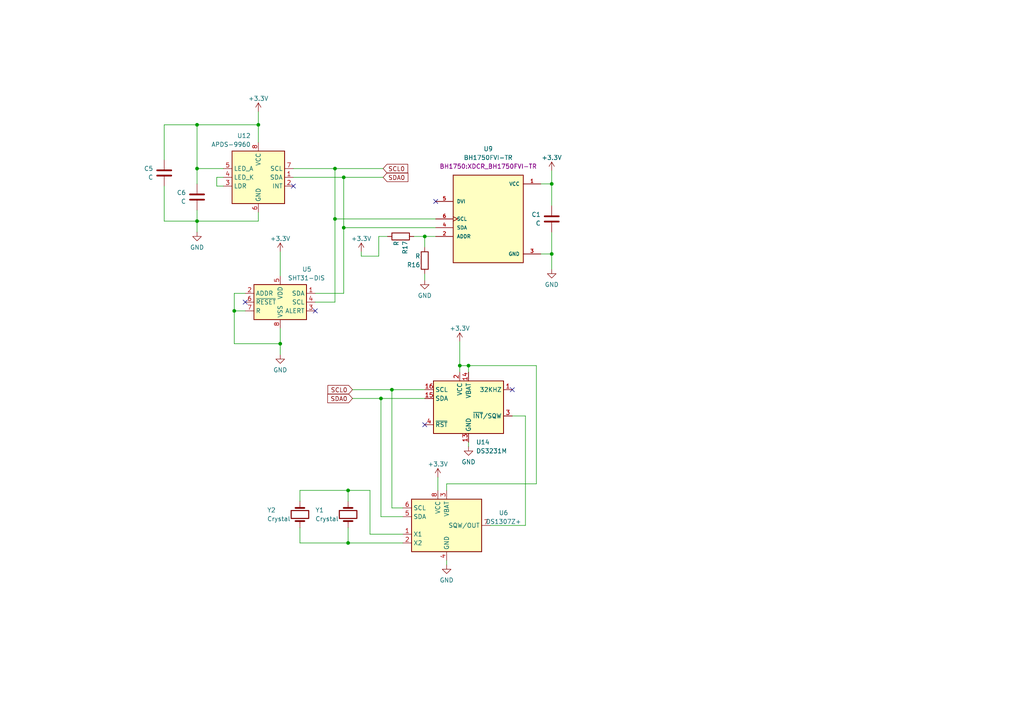
<source format=kicad_sch>
(kicad_sch (version 20230121) (generator eeschema)
  (paper "A4")
  (lib_symbols
    (symbol "BH1750FVI-TR:BH1750FVI-TR" (pin_names (offset 1.016))
      (property "Reference" "U" (at -10.1737 13.462 0))
      (property "Value" "BH1750FVI-TR" (at -9.922 -15.24 0))
      (property "Footprint" "BH1750FVI-TR:XDCR_BH1750FVI-TR" (at 0 0 0))
      (symbol "BH1750FVI-TR_0_0"
        (rectangle (start -10.16 12.7) (end 10.16 -12.7) (stroke (width 0.254)) (fill (type background)))
        (pin power_in line (at 15.24 10.16 180) (length 5.08) (name "VCC") (number "1"))
        (pin input line (at -15.24 -5.08 0) (length 5.08) (name "ADDR") (number "2"))
        (pin power_in line (at 15.24 -10.16 180) (length 5.08) (name "GND") (number "3"))
        (pin bidirectional line (at -15.24 -2.54 0) (length 5.08) (name "SDA") (number "4"))
        (pin input line (at -15.24 5.08 0) (length 5.08) (name "DVI") (number "5"))
        (pin input clock (at -15.24 0 0) (length 5.08) (name "SCL") (number "6"))
      )
    )
    (symbol "Device:C" (pin_numbers hide) (pin_names (offset 0.254))
      (property "Reference" "C" (at 0.635 2.54 0))
      (property "Value" "C" (at 0.635 -2.54 0))
      (symbol "C_0_1"
        (polyline (pts (xy -2.032 -0.762) (xy 2.032 -0.762)) (stroke (width 0.508)))
        (polyline (pts (xy -2.032 0.762) (xy 2.032 0.762)) (stroke (width 0.508)))
      )
      (symbol "C_1_1"
        (pin passive line (at 0 3.81 270) (length 2.794) (name "~") (number "1"))
        (pin passive line (at 0 -3.81 90) (length 2.794) (name "~") (number "2"))
      )
    )
    (symbol "Device:Crystal" (pin_numbers hide) (pin_names (offset 1.016) hide)
      (property "Reference" "Y" (at 0 3.81 0))
      (property "Value" "Crystal" (at 0 -3.81 0))
      (symbol "Crystal_0_1"
        (rectangle (start -1.143 2.54) (end 1.143 -2.54) (stroke (width 0.3048)))
        (polyline (pts (xy -2.54 0) (xy -1.905 0)))
        (polyline (pts (xy -1.905 -1.27) (xy -1.905 1.27)) (stroke (width 0.508)))
        (polyline (pts (xy 1.905 -1.27) (xy 1.905 1.27)) (stroke (width 0.508)))
        (polyline (pts (xy 2.54 0) (xy 1.905 0)))
      )
      (symbol "Crystal_1_1"
        (pin passive line (at -3.81 0 0) (length 1.27) (name "1") (number "1"))
        (pin passive line (at 3.81 0 180) (length 1.27) (name "2") (number "2"))
      )
    )
    (symbol "Device:R" (pin_numbers hide) (pin_names (offset 0))
      (property "Reference" "R" (at 2.032 0 90))
      (property "Value" "R" (at 0 0 90))
      (symbol "R_0_1"
        (rectangle (start -1.016 -2.54) (end 1.016 2.54) (stroke (width 0.254)))
      )
      (symbol "R_1_1"
        (pin passive line (at 0 3.81 270) (length 1.27) (name "~") (number "1"))
        (pin passive line (at 0 -3.81 90) (length 1.27) (name "~") (number "2"))
      )
    )
    (symbol "Sensor:APDS-9960"
      (property "Reference" "U" (at -5.08 8.89 0))
      (property "Value" "APDS-9960" (at 6.35 8.89 0))
      (symbol "APDS-9960_0_1"
        (rectangle (start -7.62 7.62) (end 7.62 -7.62) (stroke (width 0.254)) (fill (type background)))
      )
      (symbol "APDS-9960_1_1"
        (pin bidirectional line (at -10.16 0 0) (length 2.54) (name "SDA") (number "1"))
        (pin open_collector line (at -10.16 -2.54 0) (length 2.54) (name "INT") (number "2"))
        (pin passive line (at 10.16 -2.54 180) (length 2.54) (name "LDR") (number "3"))
        (pin passive line (at 10.16 0 180) (length 2.54) (name "LED_K") (number "4"))
        (pin passive line (at 10.16 2.54 180) (length 2.54) (name "LED_A") (number "5"))
        (pin power_in line (at 0 -10.16 90) (length 2.54) (name "GND") (number "6"))
        (pin input line (at -10.16 2.54 0) (length 2.54) (name "SCL") (number "7"))
        (pin power_in line (at 0 10.16 270) (length 2.54) (name "VCC") (number "8"))
      )
    )
    (symbol "Sensor_Humidity:SHT31-DIS"
      (property "Reference" "U" (at -6.35 6.35 0))
      (property "Value" "SHT31-DIS" (at 6.35 6.35 0))
      (symbol "SHT31-DIS_0_1"
        (rectangle (start -7.62 5.08) (end 7.62 -5.08) (stroke (width 0.254)) (fill (type background)))
      )
      (symbol "SHT31-DIS_1_1"
        (pin bidirectional line (at 10.16 2.54 180) (length 2.54) (name "SDA") (number "1"))
        (pin input line (at -10.16 2.54 0) (length 2.54) (name "ADDR") (number "2"))
        (pin output line (at 10.16 -2.54 180) (length 2.54) (name "ALERT") (number "3"))
        (pin input line (at 10.16 0 180) (length 2.54) (name "SCL") (number "4"))
        (pin power_in line (at 0 7.62 270) (length 2.54) (name "VDD") (number "5"))
        (pin input line (at -10.16 0 0) (length 2.54) (name "~{RESET}") (number "6"))
        (pin passive line (at -10.16 -2.54 0) (length 2.54) (name "R") (number "7"))
        (pin power_in line (at 0 -7.62 90) (length 2.54) (name "VSS") (number "8"))
        (pin passive line (at 0 -7.62 90) (length 2.54) hide (name "VSS") (number "9"))
      )
    )
    (symbol "Timer_RTC:DS1307Z+"
      (property "Reference" "U" (at -8.89 8.89 0))
      (property "Value" "DS1307Z+" (at 1.27 8.89 0))
      (symbol "DS1307Z+_0_1"
        (rectangle (start -10.16 7.62) (end 10.16 -7.62) (stroke (width 0.254)) (fill (type background)))
      )
      (symbol "DS1307Z+_1_1"
        (pin input line (at -12.7 -2.54 0) (length 2.54) (name "X1") (number "1"))
        (pin input line (at -12.7 -5.08 0) (length 2.54) (name "X2") (number "2"))
        (pin power_in line (at 0 10.16 270) (length 2.54) (name "VBAT") (number "3"))
        (pin power_in line (at 0 -10.16 90) (length 2.54) (name "GND") (number "4"))
        (pin bidirectional line (at -12.7 2.54 0) (length 2.54) (name "SDA") (number "5"))
        (pin input line (at -12.7 5.08 0) (length 2.54) (name "SCL") (number "6"))
        (pin open_collector line (at 12.7 0 180) (length 2.54) (name "SQW/OUT") (number "7"))
        (pin power_in line (at -2.54 10.16 270) (length 2.54) (name "VCC") (number "8"))
      )
    )
    (symbol "Timer_RTC:DS3231M"
      (property "Reference" "U" (at -7.62 8.89 0))
      (property "Value" "DS3231M" (at 10.16 8.89 0))
      (symbol "DS3231M_0_1"
        (rectangle (start -10.16 7.62) (end 10.16 -7.62) (stroke (width 0.254)) (fill (type background)))
      )
      (symbol "DS3231M_1_1"
        (pin open_collector line (at 12.7 5.08 180) (length 2.54) (name "32KHZ") (number "1"))
        (pin passive line (at 0 -10.16 90) (length 2.54) hide (name "GND") (number "10"))
        (pin passive line (at 0 -10.16 90) (length 2.54) hide (name "GND") (number "11"))
        (pin passive line (at 0 -10.16 90) (length 2.54) hide (name "GND") (number "12"))
        (pin power_in line (at 0 -10.16 90) (length 2.54) (name "GND") (number "13"))
        (pin power_in line (at 0 10.16 270) (length 2.54) (name "VBAT") (number "14"))
        (pin bidirectional line (at -12.7 2.54 0) (length 2.54) (name "SDA") (number "15"))
        (pin input line (at -12.7 5.08 0) (length 2.54) (name "SCL") (number "16"))
        (pin power_in line (at -2.54 10.16 270) (length 2.54) (name "VCC") (number "2"))
        (pin open_collector line (at 12.7 -2.54 180) (length 2.54) (name "~{INT}/SQW") (number "3"))
        (pin bidirectional line (at -12.7 -5.08 0) (length 2.54) (name "~{RST}") (number "4"))
        (pin passive line (at 0 -10.16 90) (length 2.54) hide (name "GND") (number "5"))
        (pin passive line (at 0 -10.16 90) (length 2.54) hide (name "GND") (number "6"))
        (pin passive line (at 0 -10.16 90) (length 2.54) hide (name "GND") (number "7"))
        (pin passive line (at 0 -10.16 90) (length 2.54) hide (name "GND") (number "8"))
        (pin passive line (at 0 -10.16 90) (length 2.54) hide (name "GND") (number "9"))
      )
    )
    (symbol "power:+3.3V" (power) (pin_names (offset 0))
      (property "Value" "+3.3V" (at 0 3.556 0))
      (symbol "+3.3V_0_1"
        (polyline (pts (xy -0.762 1.27) (xy 0 2.54)))
        (polyline (pts (xy 0 0) (xy 0 2.54)))
        (polyline (pts (xy 0 2.54) (xy 0.762 1.27)))
      )
      (symbol "+3.3V_1_1"
        (pin power_in line (at 0 0 90) (length 0) hide (name "+3.3V") (number "1"))
      )
    )
    (symbol "power:GND" (power) (pin_names (offset 0))
      (property "Value" "GND" (at 0 -3.81 0))
      (symbol "GND_0_1"
        (polyline (pts (xy 0 0) (xy 0 -1.27) (xy 1.27 -1.27) (xy 0 -2.54) (xy -1.27 -1.27) (xy 0 -1.27)))
      )
      (symbol "GND_1_1"
        (pin power_in line (at 0 0 270) (length 0) hide (name "GND") (number "1"))
      )
    )
  )
  (junction (at 135.89 106.045))
  (junction (at 100.965 142.24))
  (junction (at 99.695 66.04))
  (junction (at 57.15 48.895))
  (junction (at 74.93 36.195))
  (junction (at 100.965 157.48))
  (junction (at 57.15 64.135))
  (junction (at 123.19 68.58))
  (junction (at 97.155 63.5))
  (junction (at 113.665 113.03))
  (junction (at 99.695 51.435))
  (junction (at 110.49 115.57))
  (junction (at 57.15 36.195))
  (junction (at 133.35 106.045))
  (junction (at 160.02 73.66))
  (junction (at 160.02 53.34))
  (junction (at 97.155 48.895))
  (junction (at 67.945 90.17))
  (junction (at 81.28 99.695))
  (no_connect (at 126.365 58.42))
  (no_connect (at 148.59 113.03))
  (no_connect (at 91.44 90.17))
  (no_connect (at 71.12 87.63))
  (no_connect (at 123.19 123.19))
  (no_connect (at 85.09 53.975))
  (wire (pts (xy 160.02 73.66) (xy 160.02 78.105)))
  (wire (pts (xy 57.15 60.96) (xy 57.15 64.135)))
  (wire (pts (xy 100.965 153.035) (xy 100.965 157.48)))
  (wire (pts (xy 129.54 140.335) (xy 155.575 140.335)))
  (wire (pts (xy 47.625 64.135) (xy 47.625 53.975)))
  (wire (pts (xy 57.15 64.135) (xy 47.625 64.135)))
  (wire (pts (xy 116.84 147.32) (xy 113.665 147.32)))
  (wire (pts (xy 85.09 51.435) (xy 99.695 51.435)))
  (wire (pts (xy 99.695 66.04) (xy 126.365 66.04)))
  (wire (pts (xy 74.93 36.195) (xy 74.93 41.275)))
  (wire (pts (xy 67.945 90.17) (xy 67.945 99.695)))
  (wire (pts (xy 97.155 48.895) (xy 97.155 63.5)))
  (wire (pts (xy 110.49 149.86) (xy 116.84 149.86)))
  (wire (pts (xy 129.54 162.56) (xy 129.54 163.83)))
  (wire (pts (xy 57.15 36.195) (xy 47.625 36.195)))
  (wire (pts (xy 74.93 61.595) (xy 74.93 64.135)))
  (wire (pts (xy 135.89 107.95) (xy 135.89 106.045)))
  (wire (pts (xy 102.235 113.03) (xy 113.665 113.03)))
  (wire (pts (xy 57.15 48.895) (xy 57.15 53.34)))
  (wire (pts (xy 160.02 49.53) (xy 160.02 53.34)))
  (wire (pts (xy 155.575 106.045) (xy 155.575 140.335)))
  (wire (pts (xy 156.845 73.66) (xy 160.02 73.66)))
  (wire (pts (xy 86.995 153.035) (xy 86.995 157.48)))
  (wire (pts (xy 123.19 79.375) (xy 123.19 81.28)))
  (wire (pts (xy 67.945 99.695) (xy 81.28 99.695)))
  (wire (pts (xy 74.93 36.195) (xy 57.15 36.195)))
  (wire (pts (xy 107.315 154.94) (xy 107.315 142.24)))
  (wire (pts (xy 57.15 67.31) (xy 57.15 64.135)))
  (wire (pts (xy 107.315 142.24) (xy 100.965 142.24)))
  (wire (pts (xy 135.89 106.045) (xy 155.575 106.045)))
  (wire (pts (xy 152.4 152.4) (xy 142.24 152.4)))
  (wire (pts (xy 100.965 142.24) (xy 100.965 145.415)))
  (wire (pts (xy 97.155 63.5) (xy 97.155 87.63)))
  (wire (pts (xy 81.28 73.025) (xy 81.28 80.01)))
  (wire (pts (xy 91.44 87.63) (xy 97.155 87.63)))
  (wire (pts (xy 102.235 115.57) (xy 110.49 115.57)))
  (wire (pts (xy 133.35 99.06) (xy 133.35 106.045)))
  (wire (pts (xy 74.93 64.135) (xy 57.15 64.135)))
  (wire (pts (xy 47.625 36.195) (xy 47.625 46.355)))
  (wire (pts (xy 110.49 115.57) (xy 110.49 149.86)))
  (wire (pts (xy 99.695 51.435) (xy 99.695 66.04)))
  (wire (pts (xy 97.155 48.895) (xy 111.125 48.895)))
  (wire (pts (xy 57.15 36.195) (xy 57.15 48.895)))
  (wire (pts (xy 71.12 90.17) (xy 67.945 90.17)))
  (wire (pts (xy 160.02 53.34) (xy 160.02 59.69)))
  (wire (pts (xy 62.865 53.975) (xy 62.865 51.435)))
  (wire (pts (xy 135.89 106.045) (xy 133.35 106.045)))
  (wire (pts (xy 113.665 113.03) (xy 123.19 113.03)))
  (wire (pts (xy 113.665 147.32) (xy 113.665 113.03)))
  (wire (pts (xy 99.695 66.04) (xy 99.695 85.09)))
  (wire (pts (xy 135.89 128.27) (xy 135.89 129.54)))
  (wire (pts (xy 64.77 53.975) (xy 62.865 53.975)))
  (wire (pts (xy 109.855 68.58) (xy 109.855 74.295)))
  (wire (pts (xy 160.02 53.34) (xy 156.845 53.34)))
  (wire (pts (xy 109.855 74.295) (xy 104.775 74.295)))
  (wire (pts (xy 148.59 120.65) (xy 152.4 120.65)))
  (wire (pts (xy 160.02 67.31) (xy 160.02 73.66)))
  (wire (pts (xy 112.395 68.58) (xy 109.855 68.58)))
  (wire (pts (xy 81.28 95.25) (xy 81.28 99.695)))
  (wire (pts (xy 129.54 140.335) (xy 129.54 142.24)))
  (wire (pts (xy 62.865 51.435) (xy 64.77 51.435)))
  (wire (pts (xy 120.015 68.58) (xy 123.19 68.58)))
  (wire (pts (xy 86.995 145.415) (xy 86.995 142.24)))
  (wire (pts (xy 133.35 106.045) (xy 133.35 107.95)))
  (wire (pts (xy 104.775 74.295) (xy 104.775 73.025)))
  (wire (pts (xy 71.12 85.09) (xy 67.945 85.09)))
  (wire (pts (xy 85.09 48.895) (xy 97.155 48.895)))
  (wire (pts (xy 74.93 32.385) (xy 74.93 36.195)))
  (wire (pts (xy 100.965 157.48) (xy 116.84 157.48)))
  (wire (pts (xy 91.44 85.09) (xy 99.695 85.09)))
  (wire (pts (xy 64.77 48.895) (xy 57.15 48.895)))
  (wire (pts (xy 81.28 99.695) (xy 81.28 102.87)))
  (wire (pts (xy 127 138.43) (xy 127 142.24)))
  (wire (pts (xy 110.49 115.57) (xy 123.19 115.57)))
  (wire (pts (xy 97.155 63.5) (xy 126.365 63.5)))
  (wire (pts (xy 123.19 71.755) (xy 123.19 68.58)))
  (wire (pts (xy 123.19 68.58) (xy 126.365 68.58)))
  (wire (pts (xy 99.695 51.435) (xy 111.125 51.435)))
  (wire (pts (xy 116.84 154.94) (xy 107.315 154.94)))
  (wire (pts (xy 152.4 120.65) (xy 152.4 152.4)))
  (wire (pts (xy 67.945 85.09) (xy 67.945 90.17)))
  (wire (pts (xy 86.995 157.48) (xy 100.965 157.48)))
  (wire (pts (xy 86.995 142.24) (xy 100.965 142.24)))
  (global_label "SDA0" (shape input) (at 102.235 115.57 180) (property "Intersheetrefs" "${INTERSHEET_REFS}" (effects hide)))
  (global_label "SCL0" (shape input) (at 111.125 48.895 0) (property "Intersheetrefs" "${INTERSHEET_REFS}" (effects hide)))
  (global_label "SDA0" (shape input) (at 111.125 51.435 0) (property "Intersheetrefs" "${INTERSHEET_REFS}" (effects hide)))
  (global_label "SCL0" (shape input) (at 102.235 113.03 180) (property "Intersheetrefs" "${INTERSHEET_REFS}" (effects hide)))
  (symbol (lib_id "power:+3.3V") (at 104.775 73.025 0) (unit 1)
    (property "Reference" "#PWR015" (effects hide))
    (property "Value" "+3.3V" (at 104.775 69.215 0))
    (instances (project "sensor_node" (path "" (reference "#PWR015") (unit 1)) (path "" (reference "#PWR08") (unit 1))))
  )
  (symbol (lib_id "power:GND") (at 123.19 81.28 0) (mirror y) (unit 1)
    (property "Reference" "#PWR014" (effects hide))
    (property "Value" "GND" (at 123.19 85.725 0))
    (instances (project "sensor_node" (path "" (reference "#PWR014") (unit 1)) (path "" (reference "#PWR09") (unit 1))))
  )
  (symbol (lib_id "Sensor:APDS-9960") (at 74.93 51.435 0) (mirror y) (unit 1)
    (property "Reference" "U12" (at 72.7359 39.37 0) (effects (justify left)))
    (property "Value" "APDS-9960" (at 72.7359 41.91 0) (effects (justify left)))
    (property "Footprint" "Sensor:Avago_APDS-9960" (effects hide))
    (property "Datasheet" "https://docs.broadcom.com/doc/AV02-4191EN" (effects hide))
    (instances (project "sensor_node" (path "" (reference "U12") (unit 1)) (path "" (reference "U1") (unit 1))))
  )
  (symbol (lib_id "BH1750FVI-TR:BH1750FVI-TR") (at 141.605 63.5 0) (unit 1)
    (property "Reference" "U9" (at 141.605 43.18 0))
    (property "Value" "BH1750FVI-TR" (at 141.605 45.72 0))
    (property "Footprint" "BH1750:XDCR_BH1750FVI-TR" (at 141.605 48.26 0))
    (property "MF" "Rohm" (effects hide))
    (property "MAXIMUM_PACKAGE_HEIGHT" "0.75mm" (effects hide))
    (property "Package" "SMD-6 ROHM Semiconductor" (effects hide))
    (property "Price" "None" (effects hide))
    (property "Check_prices" "https://www.snapeda.com/parts/BH1750FVI-TR/Rohm/view-part/?ref=eda" (effects hide))
    (property "STANDARD" "Manufacturer recommendations" (effects hide))
    (property "PARTREV" "D" (effects hide))
    (property "SnapEDA_Link" "https://www.snapeda.com/parts/BH1750FVI-TR/Rohm/view-part/?ref=snap" (effects hide))
    (property "MP" "BH1750FVI-TR" (effects hide))
    (property "Purchase-URL" "https://www.snapeda.com/api/url_track_click_mouser/?unipart_id=106507&manufacturer=Rohm&part_name=BH1750FVI-TR&search_term=None" (effects hide))
    (property "Description" "\nOptical Sensor Ambient 560nm I²C 6-SMD, Flat Lead Exposed Pad\n" (effects hide))
    (property "Availability" "In Stock" (effects hide))
    (property "MANUFACTURER" "Rohm" (effects hide))
    (instances (project "sensor_node" (path "" (reference "U9") (unit 1)) (path "" (reference "U12") (unit 1))))
  )
  (symbol (lib_id "Sensor_Humidity:SHT31-DIS") (at 81.28 87.63 0) (unit 1)
    (property "Reference" "U5" (at 87.63 78.105 0) (effects (justify left)))
    (property "Value" "SHT31-DIS" (at 83.4741 80.645 0) (effects (justify left)))
    (property "Footprint" "Sensor_Humidity:Sensirion_DFN-8-1EP_2.5x2.5mm_P0.5mm_EP1.1x1.7mm" (effects hide))
    (property "Datasheet" "https://www.sensirion.com/fileadmin/user_upload/customers/sensirion/Dokumente/2_Humidity_Sensors/Datasheets/Sensirion_Humidity_Sensors_SHT3x_Datasheet_digital.pdf" (effects hide))
  )
  (symbol (lib_id "Device:C") (at 47.625 50.165 0) (mirror y) (unit 1)
    (property "Reference" "C5" (at 44.45 48.895 0) (effects (justify left)))
    (property "Value" "C" (at 44.45 51.435 0) (effects (justify left)))
    (property "Footprint" "Capacitor_SMD:C_1206_3216Metric" (effects hide))
    (instances (project "sensor_node" (path "" (reference "C5") (unit 1)) (path "" (reference "C1") (unit 1))))
  )
  (symbol (lib_id "Device:R") (at 123.19 75.565 180) (unit 1)
    (property "Reference" "R16" (at 121.92 76.835 0) (effects (justify left)))
    (property "Value" "R" (at 121.92 74.295 0) (effects (justify left)))
    (property "Footprint" "Resistor_SMD:R_0603_1608Metric" (effects hide))
    (instances (project "sensor_node" (path "" (reference "R16") (unit 1)) (path "" (reference "R13") (unit 1))))
  )
  (symbol (lib_id "power:GND") (at 160.02 78.105 0) (mirror y) (unit 1)
    (property "Reference" "#PWR044" (effects hide))
    (property "Value" "GND" (at 160.02 82.55 0))
    (instances (project "sensor_node" (path "" (reference "#PWR044") (unit 1)) (path "" (reference "#PWR027") (unit 1))))
  )
  (symbol (lib_id "power:+3.3V") (at 133.35 99.06 0) (unit 1)
    (property "Reference" "#PWR041" (effects hide))
    (property "Value" "+3.3V" (at 133.35 95.25 0))
    (instances (project "sensor_node" (path "" (reference "#PWR041") (unit 1)) (path "" (reference "#PWR015") (unit 1))))
  )
  (symbol (lib_id "power:GND") (at 57.15 67.31 0) (unit 1)
    (property "Reference" "#PWR022" (effects hide))
    (property "Value" "GND" (at 57.15 71.755 0))
    (instances (project "sensor_node" (path "" (reference "#PWR022") (unit 1)) (path "" (reference "#PWR02") (unit 1))))
  )
  (symbol (lib_id "Device:C") (at 57.15 57.15 0) (mirror y) (unit 1)
    (property "Reference" "C6" (at 53.975 55.88 0) (effects (justify left)))
    (property "Value" "C" (at 53.975 58.42 0) (effects (justify left)))
    (property "Footprint" "Capacitor_SMD:C_1206_3216Metric" (effects hide))
    (instances (project "sensor_node" (path "" (reference "C6") (unit 1)) (path "" (reference "C4") (unit 1))))
  )
  (symbol (lib_id "Timer_RTC:DS1307Z+") (at 129.54 152.4 0) (unit 1)
    (property "Reference" "U6" (at 146.05 148.7521 0))
    (property "Value" "DS1307Z+" (at 146.05 151.2921 0))
    (property "Footprint" "Package_SO:SOIC-8_3.9x4.9mm_P1.27mm" (effects hide))
    (property "Datasheet" "https://datasheets.maximintegrated.com/en/ds/DS1307.pdf" (effects hide))
  )
  (symbol (lib_id "Device:Crystal") (at 100.965 149.225 90) (unit 1)
    (property "Reference" "Y1" (at 91.44 147.955 90) (effects (justify right)))
    (property "Value" "Crystal" (at 91.44 150.495 90) (effects (justify right)))
    (property "Footprint" "Crystal:Crystal_SMD_3215-2Pin_3.2x1.5mm" (effects hide))
    (instances (project "sensor_node" (path "" (reference "Y1") (unit 1)) (path "" (reference "Y2") (unit 1))))
  )
  (symbol (lib_id "Timer_RTC:DS3231M") (at 135.89 118.11 0) (unit 1)
    (property "Reference" "U14" (at 138.0841 128.27 0) (effects (justify left)))
    (property "Value" "DS3231M" (at 138.0841 130.81 0) (effects (justify left)))
    (property "Footprint" "Package_SO:SOIC-16W_7.5x10.3mm_P1.27mm" (effects hide))
    (property "Datasheet" "http://datasheets.maximintegrated.com/en/ds/DS3231.pdf" (effects hide))
    (instances (project "sensor_node" (path "" (reference "U14") (unit 1)) (path "" (reference "U9") (unit 1))))
  )
  (symbol (lib_id "power:+3.3V") (at 74.93 32.385 0) (unit 1)
    (property "Reference" "#PWR09" (effects hide))
    (property "Value" "+3.3V" (at 74.93 28.575 0))
    (instances (project "sensor_node" (path "" (reference "#PWR09") (unit 1)) (path "" (reference "#PWR03") (unit 1))))
  )
  (symbol (lib_id "power:GND") (at 81.28 102.87 0) (mirror y) (unit 1)
    (property "Reference" "#PWR046" (effects hide))
    (property "Value" "GND" (at 81.28 107.315 0))
    (instances (project "sensor_node" (path "" (reference "#PWR046") (unit 1)) (path "" (reference "#PWR07") (unit 1))))
  )
  (symbol (lib_id "Device:Crystal") (at 86.995 149.225 90) (unit 1)
    (property "Reference" "Y2" (at 77.47 147.955 90) (effects (justify right)))
    (property "Value" "Crystal" (at 77.47 150.495 90) (effects (justify right)))
    (property "Footprint" "Crystal:Crystal_Round_D1.5mm_Vertical" (effects hide))
    (instances (project "sensor_node" (path "" (reference "Y2") (unit 1)) (path "" (reference "Y1") (unit 1))))
  )
  (symbol (lib_id "power:GND") (at 135.89 129.54 0) (mirror y) (unit 1)
    (property "Reference" "#PWR03" (effects hide))
    (property "Value" "GND" (at 135.89 133.985 0))
    (instances (project "sensor_node" (path "" (reference "#PWR03") (unit 1)) (path "" (reference "#PWR016") (unit 1))))
  )
  (symbol (lib_id "power:GND") (at 129.54 163.83 0) (mirror y) (unit 1)
    (property "Reference" "#PWR039" (effects hide))
    (property "Value" "GND" (at 129.54 168.275 0))
    (instances (project "sensor_node" (path "" (reference "#PWR039") (unit 1)) (path "" (reference "#PWR014") (unit 1))))
  )
  (symbol (lib_id "Device:C") (at 160.02 63.5 0) (mirror y) (unit 1)
    (property "Reference" "C1" (at 156.845 62.23 0) (effects (justify left)))
    (property "Value" "C" (at 156.845 64.77 0) (effects (justify left)))
    (property "Footprint" "Capacitor_SMD:C_1206_3216Metric" (effects hide))
    (instances (project "sensor_node" (path "" (reference "C1") (unit 1)) (path "" (reference "C5") (unit 1))))
  )
  (symbol (lib_id "power:+3.3V") (at 160.02 49.53 0) (unit 1)
    (property "Reference" "#PWR045" (effects hide))
    (property "Value" "+3.3V" (at 160.02 45.72 0))
    (instances (project "sensor_node" (path "" (reference "#PWR045") (unit 1)) (path "" (reference "#PWR022") (unit 1))))
  )
  (symbol (lib_id "power:+3.3V") (at 81.28 73.025 0) (unit 1)
    (property "Reference" "#PWR016" (effects hide))
    (property "Value" "+3.3V" (at 81.28 69.215 0))
    (instances (project "sensor_node" (path "" (reference "#PWR016") (unit 1)) (path "" (reference "#PWR06") (unit 1))))
  )
  (symbol (lib_id "Device:R") (at 116.205 68.58 270) (unit 1)
    (property "Reference" "R17" (at 117.475 69.85 0) (effects (justify left)))
    (property "Value" "R" (at 114.935 69.85 0) (effects (justify left)))
    (property "Footprint" "Resistor_SMD:R_0603_1608Metric" (effects hide))
    (instances (project "sensor_node" (path "" (reference "R17") (unit 1)) (path "" (reference "R12") (unit 1))))
  )
  (symbol (lib_id "power:+3.3V") (at 127 138.43 0) (unit 1)
    (property "Reference" "#PWR042" (effects hide))
    (property "Value" "+3.3V" (at 127 134.62 0))
    (instances (project "sensor_node" (path "" (reference "#PWR042") (unit 1)) (path "" (reference "#PWR010") (unit 1))))
  )
)
</source>
